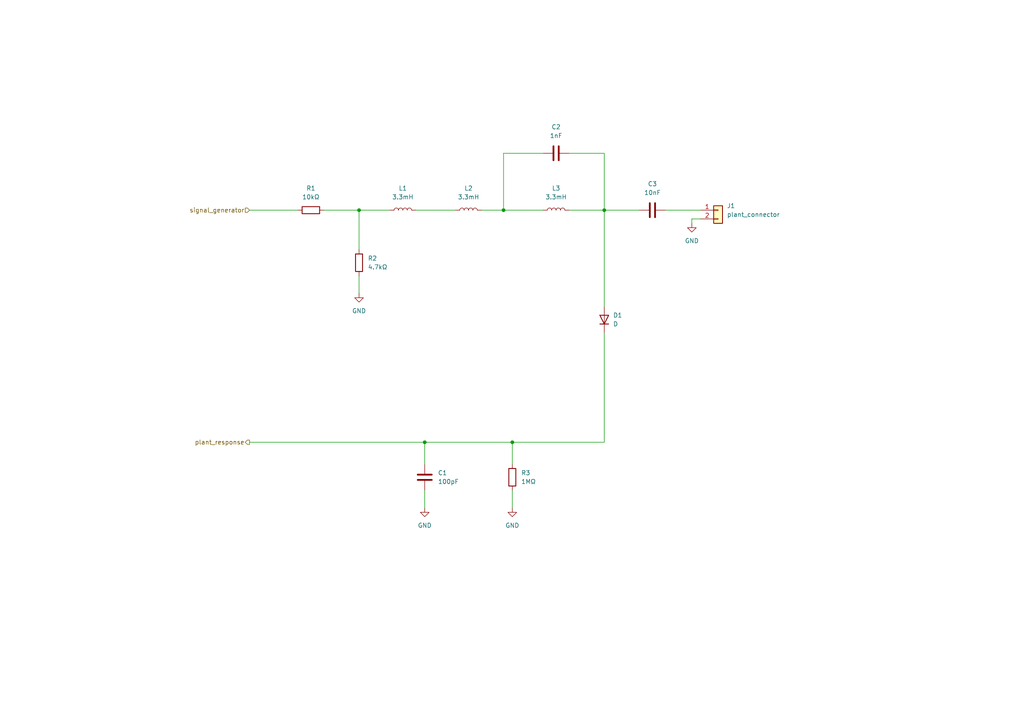
<source format=kicad_sch>
(kicad_sch (version 20230121) (generator eeschema)
  (paper "A4")
  (title_block (title "Internet_of_Plants") (date "2023-09-29") (company "DeVinci Innovation Center") (comment 1 "Author : SEGUI Matthieu"))
  (lib_symbols
    (symbol "Connector_Generic:Conn_01x02" (pin_names (offset 1.016) hide)
      (property "Reference" "J" (at 0 2.54 0))
      (property "Value" "Conn_01x02" (at 0 -5.08 0))
      (symbol "Conn_01x02_1_1"
        (rectangle (start -1.27 -2.413) (end 0 -2.667) (stroke (width 0.1524)))
        (rectangle (start -1.27 0.127) (end 0 -0.127) (stroke (width 0.1524)))
        (rectangle (start -1.27 1.27) (end 1.27 -3.81) (stroke (width 0.254)) (fill (type background)))
        (pin passive line (at -5.08 0 0) (length 3.81) (name "Pin_1") (number "1"))
        (pin passive line (at -5.08 -2.54 0) (length 3.81) (name "Pin_2") (number "2"))
      )
    )
    (symbol "Device:C" (pin_numbers hide) (pin_names (offset 0.254))
      (property "Reference" "C" (at 0.635 2.54 0))
      (property "Value" "C" (at 0.635 -2.54 0))
      (symbol "C_0_1"
        (polyline (pts (xy -2.032 -0.762) (xy 2.032 -0.762)) (stroke (width 0.508)))
        (polyline (pts (xy -2.032 0.762) (xy 2.032 0.762)) (stroke (width 0.508)))
      )
      (symbol "C_1_1"
        (pin passive line (at 0 3.81 270) (length 2.794) (name "~") (number "1"))
        (pin passive line (at 0 -3.81 90) (length 2.794) (name "~") (number "2"))
      )
    )
    (symbol "Device:D" (pin_numbers hide) (pin_names (offset 1.016) hide)
      (property "Reference" "D" (at 0 2.54 0))
      (property "Value" "D" (at 0 -2.54 0))
      (symbol "D_0_1"
        (polyline (pts (xy -1.27 1.27) (xy -1.27 -1.27)) (stroke (width 0.254)))
        (polyline (pts (xy 1.27 0) (xy -1.27 0)))
        (polyline (pts (xy 1.27 1.27) (xy 1.27 -1.27) (xy -1.27 0) (xy 1.27 1.27)) (stroke (width 0.254)))
      )
      (symbol "D_1_1"
        (pin passive line (at -3.81 0 0) (length 2.54) (name "K") (number "1"))
        (pin passive line (at 3.81 0 180) (length 2.54) (name "A") (number "2"))
      )
    )
    (symbol "Device:L" (pin_numbers hide) (pin_names (offset 1.016) hide)
      (property "Reference" "L" (at -1.27 0 90))
      (property "Value" "L" (at 1.905 0 90))
      (symbol "L_0_1"
        (arc (start 0 -2.54) (mid 0.6323 -1.905) (end 0 -1.27))
        (arc (start 0 -1.27) (mid 0.6323 -0.635) (end 0 0))
        (arc (start 0 0) (mid 0.6323 0.635) (end 0 1.27))
        (arc (start 0 1.27) (mid 0.6323 1.905) (end 0 2.54))
      )
      (symbol "L_1_1"
        (pin passive line (at 0 3.81 270) (length 1.27) (name "1") (number "1"))
        (pin passive line (at 0 -3.81 90) (length 1.27) (name "2") (number "2"))
      )
    )
    (symbol "Device:R" (pin_numbers hide) (pin_names (offset 0))
      (property "Reference" "R" (at 2.032 0 90))
      (property "Value" "R" (at 0 0 90))
      (symbol "R_0_1"
        (rectangle (start -1.016 -2.54) (end 1.016 2.54) (stroke (width 0.254)))
      )
      (symbol "R_1_1"
        (pin passive line (at 0 3.81 270) (length 1.27) (name "~") (number "1"))
        (pin passive line (at 0 -3.81 90) (length 1.27) (name "~") (number "2"))
      )
    )
    (symbol "power:GND" (power) (pin_names (offset 0))
      (property "Value" "GND" (at 0 -3.81 0))
      (symbol "GND_0_1"
        (polyline (pts (xy 0 0) (xy 0 -1.27) (xy 1.27 -1.27) (xy 0 -2.54) (xy -1.27 -1.27) (xy 0 -1.27)))
      )
      (symbol "GND_1_1"
        (pin power_in line (at 0 0 270) (length 0) hide (name "GND") (number "1"))
      )
    )
  )
  (junction (at 123.19 128.27))
  (junction (at 104.14 60.96))
  (junction (at 146.05 60.96))
  (junction (at 175.26 60.96))
  (junction (at 148.59 128.27))
  (wire (pts (xy 72.39 128.27) (xy 123.19 128.27)))
  (wire (pts (xy 123.19 128.27) (xy 123.19 134.62)))
  (wire (pts (xy 165.1 60.96) (xy 175.26 60.96)))
  (wire (pts (xy 146.05 60.96) (xy 157.48 60.96)))
  (wire (pts (xy 72.39 60.96) (xy 86.36 60.96)))
  (wire (pts (xy 123.19 142.24) (xy 123.19 147.32)))
  (wire (pts (xy 157.48 44.45) (xy 146.05 44.45)))
  (wire (pts (xy 200.66 63.5) (xy 200.66 64.77)))
  (wire (pts (xy 175.26 96.52) (xy 175.26 128.27)))
  (wire (pts (xy 148.59 142.24) (xy 148.59 147.32)))
  (wire (pts (xy 175.26 44.45) (xy 175.26 60.96)))
  (wire (pts (xy 165.1 44.45) (xy 175.26 44.45)))
  (wire (pts (xy 93.98 60.96) (xy 104.14 60.96)))
  (wire (pts (xy 120.65 60.96) (xy 132.08 60.96)))
  (wire (pts (xy 148.59 128.27) (xy 175.26 128.27)))
  (wire (pts (xy 139.7 60.96) (xy 146.05 60.96)))
  (wire (pts (xy 104.14 60.96) (xy 104.14 72.39)))
  (wire (pts (xy 148.59 128.27) (xy 148.59 134.62)))
  (wire (pts (xy 193.04 60.96) (xy 203.2 60.96)))
  (wire (pts (xy 203.2 63.5) (xy 200.66 63.5)))
  (wire (pts (xy 146.05 44.45) (xy 146.05 60.96)))
  (wire (pts (xy 123.19 128.27) (xy 148.59 128.27)))
  (wire (pts (xy 104.14 80.01) (xy 104.14 85.09)))
  (wire (pts (xy 104.14 60.96) (xy 113.03 60.96)))
  (wire (pts (xy 175.26 60.96) (xy 185.42 60.96)))
  (wire (pts (xy 175.26 60.96) (xy 175.26 88.9)))
  (hierarchical_label "signal_generator" (shape input) (at 72.39 60.96 180))
  (hierarchical_label "plant_response" (shape output) (at 72.39 128.27 180))
  (symbol (lib_id "Device:C") (at 161.29 44.45 90) (unit 1)
    (property "Reference" "C2" (at 161.29 36.83 90))
    (property "Value" "1nF" (at 161.29 39.37 90))
    (property "Footprint" "Capacitor_SMD:C_0603_1608Metric_Pad1.08x0.95mm_HandSolder" (effects hide))
  )
  (symbol (lib_id "Device:L") (at 161.29 60.96 90) (unit 1)
    (property "Reference" "L3" (at 161.29 54.61 90))
    (property "Value" "3.3mH" (at 161.29 57.15 90))
    (property "Footprint" "Inductor_THT:L_Radial_D10.0mm_P5.00mm_Fastron_07P" (effects hide))
  )
  (symbol (lib_id "power:GND") (at 104.14 85.09 0) (unit 1)
    (property "Reference" "#PWR02" (effects hide))
    (property "Value" "GND" (at 104.14 90.17 0))
  )
  (symbol (lib_id "power:GND") (at 123.19 147.32 0) (unit 1)
    (property "Reference" "#PWR03" (effects hide))
    (property "Value" "GND" (at 123.19 152.4 0))
  )
  (symbol (lib_id "Device:C") (at 189.23 60.96 90) (unit 1)
    (property "Reference" "C3" (at 189.23 53.34 90))
    (property "Value" "10nF" (at 189.23 55.88 90))
    (property "Footprint" "Capacitor_SMD:C_0603_1608Metric_Pad1.08x0.95mm_HandSolder" (effects hide))
  )
  (symbol (lib_id "Device:R") (at 104.14 76.2 180) (unit 1)
    (property "Reference" "R2" (at 106.68 74.9299 0) (effects (justify right)))
    (property "Value" "4.7kΩ" (at 106.68 77.4699 0) (effects (justify right)))
    (property "Footprint" "Resistor_SMD:R_1206_3216Metric_Pad1.30x1.75mm_HandSolder" (effects hide))
  )
  (symbol (lib_id "Connector_Generic:Conn_01x02") (at 208.28 60.96 0) (unit 1)
    (property "Reference" "J1" (at 210.82 59.6899 0) (effects (justify left)))
    (property "Value" "plant_connector" (at 210.82 62.2299 0) (effects (justify left)))
    (property "Footprint" "TerminalBlock:TerminalBlock_bornier-2_P5.08mm" (effects hide))
  )
  (symbol (lib_id "Device:C") (at 123.19 138.43 0) (unit 1)
    (property "Reference" "C1" (at 127 137.1599 0) (effects (justify left)))
    (property "Value" "100pF" (at 127 139.6999 0) (effects (justify left)))
    (property "Footprint" "Capacitor_SMD:C_0603_1608Metric_Pad1.08x0.95mm_HandSolder" (effects hide))
  )
  (symbol (lib_id "Device:L") (at 116.84 60.96 90) (unit 1)
    (property "Reference" "L1" (at 116.84 54.61 90))
    (property "Value" "3.3mH" (at 116.84 57.15 90))
    (property "Footprint" "Inductor_THT:L_Radial_D10.0mm_P5.00mm_Fastron_07P" (effects hide))
  )
  (symbol (lib_id "Device:L") (at 135.89 60.96 90) (unit 1)
    (property "Reference" "L2" (at 135.89 54.61 90))
    (property "Value" "3.3mH" (at 135.89 57.15 90))
    (property "Footprint" "Inductor_THT:L_Radial_D10.0mm_P5.00mm_Fastron_07P" (effects hide))
  )
  (symbol (lib_id "Device:R") (at 148.59 138.43 180) (unit 1)
    (property "Reference" "R3" (at 151.13 137.1599 0) (effects (justify right)))
    (property "Value" "1MΩ" (at 151.13 139.6999 0) (effects (justify right)))
    (property "Footprint" "Resistor_SMD:R_1206_3216Metric_Pad1.30x1.75mm_HandSolder" (effects hide))
  )
  (symbol (lib_id "Device:D") (at 175.26 92.71 90) (unit 1)
    (property "Reference" "D1" (at 177.8 91.4399 90) (effects (justify right)))
    (property "Value" "D" (at 177.8 93.9799 90) (effects (justify right)))
    (property "Footprint" "Diode_THT:D_DO-34_SOD68_P7.62mm_Horizontal" (effects hide))
  )
  (symbol (lib_id "Device:R") (at 90.17 60.96 90) (unit 1)
    (property "Reference" "R1" (at 90.17 54.61 90))
    (property "Value" "10kΩ" (at 90.17 57.15 90))
    (property "Footprint" "Resistor_SMD:R_1206_3216Metric_Pad1.30x1.75mm_HandSolder" (effects hide))
  )
  (symbol (lib_id "power:GND") (at 200.66 64.77 0) (unit 1)
    (property "Reference" "#PWR0110" (effects hide))
    (property "Value" "GND" (at 200.66 69.85 0))
  )
  (symbol (lib_id "power:GND") (at 148.59 147.32 0) (unit 1)
    (property "Reference" "#PWR04" (effects hide))
    (property "Value" "GND" (at 148.59 152.4 0))
  )
)
</source>
